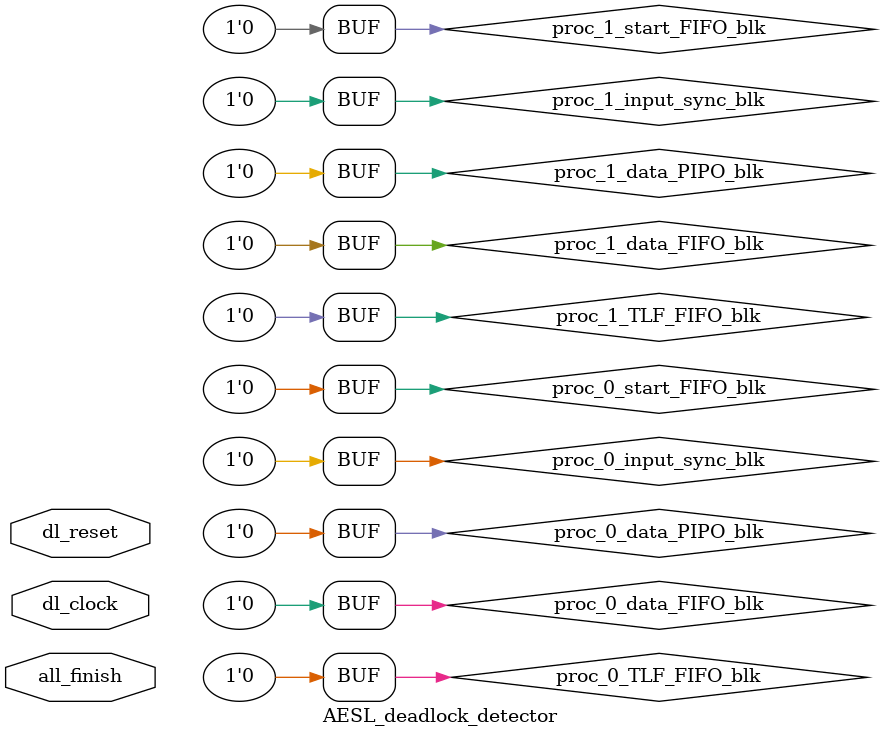
<source format=v>
`timescale 1 ns / 1 ps

module AESL_deadlock_detector (
    input dl_reset,
    input all_finish,
    input dl_clock);

    wire [0:0] proc_0_data_FIFO_blk;
    wire [0:0] proc_0_data_PIPO_blk;
    wire [0:0] proc_0_start_FIFO_blk;
    wire [0:0] proc_0_TLF_FIFO_blk;
    wire [0:0] proc_0_input_sync_blk;
    wire [0:0] proc_0_output_sync_blk;
    wire [0:0] proc_dep_vld_vec_0;
    reg [0:0] proc_dep_vld_vec_0_reg;
    wire [0:0] in_chan_dep_vld_vec_0;
    wire [1:0] in_chan_dep_data_vec_0;
    wire [0:0] token_in_vec_0;
    wire [0:0] out_chan_dep_vld_vec_0;
    wire [1:0] out_chan_dep_data_0;
    wire [0:0] token_out_vec_0;
    wire dl_detect_out_0;
    wire dep_chan_vld_1_0;
    wire [1:0] dep_chan_data_1_0;
    wire token_1_0;
    wire [0:0] proc_1_data_FIFO_blk;
    wire [0:0] proc_1_data_PIPO_blk;
    wire [0:0] proc_1_start_FIFO_blk;
    wire [0:0] proc_1_TLF_FIFO_blk;
    wire [0:0] proc_1_input_sync_blk;
    wire [0:0] proc_1_output_sync_blk;
    wire [0:0] proc_dep_vld_vec_1;
    reg [0:0] proc_dep_vld_vec_1_reg;
    wire [0:0] in_chan_dep_vld_vec_1;
    wire [1:0] in_chan_dep_data_vec_1;
    wire [0:0] token_in_vec_1;
    wire [0:0] out_chan_dep_vld_vec_1;
    wire [1:0] out_chan_dep_data_1;
    wire [0:0] token_out_vec_1;
    wire dl_detect_out_1;
    wire dep_chan_vld_0_1;
    wire [1:0] dep_chan_data_0_1;
    wire token_0_1;
    wire [1:0] dl_in_vec;
    wire dl_detect_out;
    wire token_clear;
    wire [1:0] origin;

    reg ap_done_reg_0;// for module AESL_inst_JetTaggerNN.pointwise_conv_1d_cl_ap_fixed_ap_fixed_48_22_5_3_0_config25_U0
    always @ (negedge dl_reset or posedge dl_clock) begin
        if (~dl_reset) begin
            ap_done_reg_0 <= 'b0;
        end
        else begin
            ap_done_reg_0 <= AESL_inst_JetTaggerNN.pointwise_conv_1d_cl_ap_fixed_ap_fixed_48_22_5_3_0_config25_U0.ap_done & ~AESL_inst_JetTaggerNN.pointwise_conv_1d_cl_ap_fixed_ap_fixed_48_22_5_3_0_config25_U0.ap_continue;
        end
    end

    reg ap_done_reg_1;// for module AESL_inst_JetTaggerNN.relu_ap_fixed_48_22_5_3_0_ap_ufixed_9_0_4_0_0_relu_config5_U0
    always @ (negedge dl_reset or posedge dl_clock) begin
        if (~dl_reset) begin
            ap_done_reg_1 <= 'b0;
        end
        else begin
            ap_done_reg_1 <= AESL_inst_JetTaggerNN.relu_ap_fixed_48_22_5_3_0_ap_ufixed_9_0_4_0_0_relu_config5_U0.ap_done & ~AESL_inst_JetTaggerNN.relu_ap_fixed_48_22_5_3_0_ap_ufixed_9_0_4_0_0_relu_config5_U0.ap_continue;
        end
    end

    reg ap_done_reg_2;// for module AESL_inst_JetTaggerNN.pointwise_conv_1d_cl_ap_ufixed_ap_fixed_23_8_5_3_0_config26_U0
    always @ (negedge dl_reset or posedge dl_clock) begin
        if (~dl_reset) begin
            ap_done_reg_2 <= 'b0;
        end
        else begin
            ap_done_reg_2 <= AESL_inst_JetTaggerNN.pointwise_conv_1d_cl_ap_ufixed_ap_fixed_23_8_5_3_0_config26_U0.ap_done & ~AESL_inst_JetTaggerNN.pointwise_conv_1d_cl_ap_ufixed_ap_fixed_23_8_5_3_0_config26_U0.ap_continue;
        end
    end

    reg ap_done_reg_3;// for module AESL_inst_JetTaggerNN.relu_ap_fixed_23_8_5_3_0_ap_ufixed_9_0_4_0_0_relu_config8_U0
    always @ (negedge dl_reset or posedge dl_clock) begin
        if (~dl_reset) begin
            ap_done_reg_3 <= 'b0;
        end
        else begin
            ap_done_reg_3 <= AESL_inst_JetTaggerNN.relu_ap_fixed_23_8_5_3_0_ap_ufixed_9_0_4_0_0_relu_config8_U0.ap_done & ~AESL_inst_JetTaggerNN.relu_ap_fixed_23_8_5_3_0_ap_ufixed_9_0_4_0_0_relu_config8_U0.ap_continue;
        end
    end

    reg ap_done_reg_4;// for module AESL_inst_JetTaggerNN.linear_ap_ufixed_9_0_4_0_0_ap_fixed_18_9_4_0_0_linear_config9_U0
    always @ (negedge dl_reset or posedge dl_clock) begin
        if (~dl_reset) begin
            ap_done_reg_4 <= 'b0;
        end
        else begin
            ap_done_reg_4 <= AESL_inst_JetTaggerNN.linear_ap_ufixed_9_0_4_0_0_ap_fixed_18_9_4_0_0_linear_config9_U0.ap_done & ~AESL_inst_JetTaggerNN.linear_ap_ufixed_9_0_4_0_0_ap_fixed_18_9_4_0_0_linear_config9_U0.ap_continue;
        end
    end

    reg ap_done_reg_5;// for module AESL_inst_JetTaggerNN.global_pooling1d_cl_ap_fixed_ap_fixed_16_6_5_3_0_config10_U0
    always @ (negedge dl_reset or posedge dl_clock) begin
        if (~dl_reset) begin
            ap_done_reg_5 <= 'b0;
        end
        else begin
            ap_done_reg_5 <= AESL_inst_JetTaggerNN.global_pooling1d_cl_ap_fixed_ap_fixed_16_6_5_3_0_config10_U0.ap_done & ~AESL_inst_JetTaggerNN.global_pooling1d_cl_ap_fixed_ap_fixed_16_6_5_3_0_config10_U0.ap_continue;
        end
    end

    reg ap_done_reg_6;// for module AESL_inst_JetTaggerNN.dense_latency_ap_fixed_16_6_5_3_0_ap_fixed_30_14_5_3_0_config11_U0
    always @ (negedge dl_reset or posedge dl_clock) begin
        if (~dl_reset) begin
            ap_done_reg_6 <= 'b0;
        end
        else begin
            ap_done_reg_6 <= AESL_inst_JetTaggerNN.dense_latency_ap_fixed_16_6_5_3_0_ap_fixed_30_14_5_3_0_config11_U0.ap_done & ~AESL_inst_JetTaggerNN.dense_latency_ap_fixed_16_6_5_3_0_ap_fixed_30_14_5_3_0_config11_U0.ap_continue;
        end
    end

    reg ap_done_reg_7;// for module AESL_inst_JetTaggerNN.relu_ap_fixed_30_14_5_3_0_ap_ufixed_9_0_4_0_0_relu_config13_U0
    always @ (negedge dl_reset or posedge dl_clock) begin
        if (~dl_reset) begin
            ap_done_reg_7 <= 'b0;
        end
        else begin
            ap_done_reg_7 <= AESL_inst_JetTaggerNN.relu_ap_fixed_30_14_5_3_0_ap_ufixed_9_0_4_0_0_relu_config13_U0.ap_done & ~AESL_inst_JetTaggerNN.relu_ap_fixed_30_14_5_3_0_ap_ufixed_9_0_4_0_0_relu_config13_U0.ap_continue;
        end
    end

    reg ap_done_reg_8;// for module AESL_inst_JetTaggerNN.dense_latency_ap_ufixed_9_0_4_0_0_ap_fixed_24_9_5_3_0_config14_U0
    always @ (negedge dl_reset or posedge dl_clock) begin
        if (~dl_reset) begin
            ap_done_reg_8 <= 'b0;
        end
        else begin
            ap_done_reg_8 <= AESL_inst_JetTaggerNN.dense_latency_ap_ufixed_9_0_4_0_0_ap_fixed_24_9_5_3_0_config14_U0.ap_done & ~AESL_inst_JetTaggerNN.dense_latency_ap_ufixed_9_0_4_0_0_ap_fixed_24_9_5_3_0_config14_U0.ap_continue;
        end
    end

    reg ap_done_reg_9;// for module AESL_inst_JetTaggerNN.relu_ap_fixed_24_9_5_3_0_ap_ufixed_9_0_4_0_0_relu_config16_U0
    always @ (negedge dl_reset or posedge dl_clock) begin
        if (~dl_reset) begin
            ap_done_reg_9 <= 'b0;
        end
        else begin
            ap_done_reg_9 <= AESL_inst_JetTaggerNN.relu_ap_fixed_24_9_5_3_0_ap_ufixed_9_0_4_0_0_relu_config16_U0.ap_done & ~AESL_inst_JetTaggerNN.relu_ap_fixed_24_9_5_3_0_ap_ufixed_9_0_4_0_0_relu_config16_U0.ap_continue;
        end
    end

    reg ap_done_reg_10;// for module AESL_inst_JetTaggerNN.dense_latency_ap_fixed_16_6_5_3_0_ap_fixed_30_14_5_3_0_config17_U0
    always @ (negedge dl_reset or posedge dl_clock) begin
        if (~dl_reset) begin
            ap_done_reg_10 <= 'b0;
        end
        else begin
            ap_done_reg_10 <= AESL_inst_JetTaggerNN.dense_latency_ap_fixed_16_6_5_3_0_ap_fixed_30_14_5_3_0_config17_U0.ap_done & ~AESL_inst_JetTaggerNN.dense_latency_ap_fixed_16_6_5_3_0_ap_fixed_30_14_5_3_0_config17_U0.ap_continue;
        end
    end

    reg ap_done_reg_11;// for module AESL_inst_JetTaggerNN.dense_latency_ap_ufixed_9_0_4_0_0_ap_fixed_23_8_5_3_0_config19_U0
    always @ (negedge dl_reset or posedge dl_clock) begin
        if (~dl_reset) begin
            ap_done_reg_11 <= 'b0;
        end
        else begin
            ap_done_reg_11 <= AESL_inst_JetTaggerNN.dense_latency_ap_ufixed_9_0_4_0_0_ap_fixed_23_8_5_3_0_config19_U0.ap_done & ~AESL_inst_JetTaggerNN.dense_latency_ap_ufixed_9_0_4_0_0_ap_fixed_23_8_5_3_0_config19_U0.ap_continue;
        end
    end

    reg ap_done_reg_12;// for module AESL_inst_JetTaggerNN.relu_ap_fixed_30_14_5_3_0_ap_ufixed_9_0_4_0_0_relu_config21_U0
    always @ (negedge dl_reset or posedge dl_clock) begin
        if (~dl_reset) begin
            ap_done_reg_12 <= 'b0;
        end
        else begin
            ap_done_reg_12 <= AESL_inst_JetTaggerNN.relu_ap_fixed_30_14_5_3_0_ap_ufixed_9_0_4_0_0_relu_config21_U0.ap_done & ~AESL_inst_JetTaggerNN.relu_ap_fixed_30_14_5_3_0_ap_ufixed_9_0_4_0_0_relu_config21_U0.ap_continue;
        end
    end

    reg ap_done_reg_13;// for module AESL_inst_JetTaggerNN.softmax_latency_ap_fixed_ap_fixed_16_6_5_3_0_softmax_config22_U0
    always @ (negedge dl_reset or posedge dl_clock) begin
        if (~dl_reset) begin
            ap_done_reg_13 <= 'b0;
        end
        else begin
            ap_done_reg_13 <= AESL_inst_JetTaggerNN.softmax_latency_ap_fixed_ap_fixed_16_6_5_3_0_softmax_config22_U0.ap_done & ~AESL_inst_JetTaggerNN.softmax_latency_ap_fixed_ap_fixed_16_6_5_3_0_softmax_config22_U0.ap_continue;
        end
    end

    reg ap_done_reg_14;// for module AESL_inst_JetTaggerNN.dense_latency_ap_ufixed_9_0_4_0_0_ap_fixed_30_12_5_3_0_config23_U0
    always @ (negedge dl_reset or posedge dl_clock) begin
        if (~dl_reset) begin
            ap_done_reg_14 <= 'b0;
        end
        else begin
            ap_done_reg_14 <= AESL_inst_JetTaggerNN.dense_latency_ap_ufixed_9_0_4_0_0_ap_fixed_30_12_5_3_0_config23_U0.ap_done & ~AESL_inst_JetTaggerNN.dense_latency_ap_ufixed_9_0_4_0_0_ap_fixed_30_12_5_3_0_config23_U0.ap_continue;
        end
    end

    // Process: AESL_inst_JetTaggerNN.softmax_latency_ap_fixed_ap_fixed_16_6_5_3_0_softmax_config22_U0
    AESL_deadlock_detect_unit #(2, 0, 1, 1) AESL_deadlock_detect_unit_0 (
        .reset(dl_reset),
        .clock(dl_clock),
        .proc_dep_vld_vec(proc_dep_vld_vec_0),
        .in_chan_dep_vld_vec(in_chan_dep_vld_vec_0),
        .in_chan_dep_data_vec(in_chan_dep_data_vec_0),
        .token_in_vec(token_in_vec_0),
        .dl_detect_in(dl_detect_out),
        .origin(origin[0]),
        .token_clear(token_clear),
        .out_chan_dep_vld_vec(out_chan_dep_vld_vec_0),
        .out_chan_dep_data(out_chan_dep_data_0),
        .token_out_vec(token_out_vec_0),
        .dl_detect_out(dl_in_vec[0]));

    assign proc_0_data_FIFO_blk[0] = 1'b0;
    assign proc_0_data_PIPO_blk[0] = 1'b0;
    assign proc_0_start_FIFO_blk[0] = 1'b0;
    assign proc_0_TLF_FIFO_blk[0] = 1'b0;
    assign proc_0_input_sync_blk[0] = 1'b0;
    assign proc_0_output_sync_blk[0] = 1'b0 | (ap_done_reg_13 & AESL_inst_JetTaggerNN.softmax_latency_ap_fixed_ap_fixed_16_6_5_3_0_softmax_config22_U0.ap_done & ~AESL_inst_JetTaggerNN.dense_latency_ap_ufixed_9_0_4_0_0_ap_fixed_30_12_5_3_0_config23_U0.ap_done);
    assign proc_dep_vld_vec_0[0] = dl_detect_out ? proc_dep_vld_vec_0_reg[0] : (proc_0_data_FIFO_blk[0] | proc_0_data_PIPO_blk[0] | proc_0_start_FIFO_blk[0] | proc_0_TLF_FIFO_blk[0] | proc_0_input_sync_blk[0] | proc_0_output_sync_blk[0]);
    always @ (negedge dl_reset or posedge dl_clock) begin
        if (~dl_reset) begin
            proc_dep_vld_vec_0_reg <= 'b0;
        end
        else begin
            proc_dep_vld_vec_0_reg <= proc_dep_vld_vec_0;
        end
    end
    assign in_chan_dep_vld_vec_0[0] = dep_chan_vld_1_0;
    assign in_chan_dep_data_vec_0[1 : 0] = dep_chan_data_1_0;
    assign token_in_vec_0[0] = token_1_0;
    assign dep_chan_vld_0_1 = out_chan_dep_vld_vec_0[0];
    assign dep_chan_data_0_1 = out_chan_dep_data_0;
    assign token_0_1 = token_out_vec_0[0];

    // Process: AESL_inst_JetTaggerNN.dense_latency_ap_ufixed_9_0_4_0_0_ap_fixed_30_12_5_3_0_config23_U0
    AESL_deadlock_detect_unit #(2, 1, 1, 1) AESL_deadlock_detect_unit_1 (
        .reset(dl_reset),
        .clock(dl_clock),
        .proc_dep_vld_vec(proc_dep_vld_vec_1),
        .in_chan_dep_vld_vec(in_chan_dep_vld_vec_1),
        .in_chan_dep_data_vec(in_chan_dep_data_vec_1),
        .token_in_vec(token_in_vec_1),
        .dl_detect_in(dl_detect_out),
        .origin(origin[1]),
        .token_clear(token_clear),
        .out_chan_dep_vld_vec(out_chan_dep_vld_vec_1),
        .out_chan_dep_data(out_chan_dep_data_1),
        .token_out_vec(token_out_vec_1),
        .dl_detect_out(dl_in_vec[1]));

    assign proc_1_data_FIFO_blk[0] = 1'b0;
    assign proc_1_data_PIPO_blk[0] = 1'b0;
    assign proc_1_start_FIFO_blk[0] = 1'b0;
    assign proc_1_TLF_FIFO_blk[0] = 1'b0;
    assign proc_1_input_sync_blk[0] = 1'b0;
    assign proc_1_output_sync_blk[0] = 1'b0 | (ap_done_reg_14 & AESL_inst_JetTaggerNN.dense_latency_ap_ufixed_9_0_4_0_0_ap_fixed_30_12_5_3_0_config23_U0.ap_done & ~AESL_inst_JetTaggerNN.softmax_latency_ap_fixed_ap_fixed_16_6_5_3_0_softmax_config22_U0.ap_done);
    assign proc_dep_vld_vec_1[0] = dl_detect_out ? proc_dep_vld_vec_1_reg[0] : (proc_1_data_FIFO_blk[0] | proc_1_data_PIPO_blk[0] | proc_1_start_FIFO_blk[0] | proc_1_TLF_FIFO_blk[0] | proc_1_input_sync_blk[0] | proc_1_output_sync_blk[0]);
    always @ (negedge dl_reset or posedge dl_clock) begin
        if (~dl_reset) begin
            proc_dep_vld_vec_1_reg <= 'b0;
        end
        else begin
            proc_dep_vld_vec_1_reg <= proc_dep_vld_vec_1;
        end
    end
    assign in_chan_dep_vld_vec_1[0] = dep_chan_vld_0_1;
    assign in_chan_dep_data_vec_1[1 : 0] = dep_chan_data_0_1;
    assign token_in_vec_1[0] = token_0_1;
    assign dep_chan_vld_1_0 = out_chan_dep_vld_vec_1[0];
    assign dep_chan_data_1_0 = out_chan_dep_data_1;
    assign token_1_0 = token_out_vec_1[0];


    wire [1:0] dl_in_vec_comb = dl_in_vec & ~{1{all_finish}};
    AESL_deadlock_report_unit #(2) AESL_deadlock_report_unit_inst (
        .dl_reset(dl_reset),
        .dl_clock(dl_clock),
        .dl_in_vec(dl_in_vec_comb),
        .ap_done_reg_0(ap_done_reg_0),
        .ap_done_reg_1(ap_done_reg_1),
        .ap_done_reg_2(ap_done_reg_2),
        .ap_done_reg_3(ap_done_reg_3),
        .ap_done_reg_4(ap_done_reg_4),
        .ap_done_reg_5(ap_done_reg_5),
        .ap_done_reg_6(ap_done_reg_6),
        .ap_done_reg_7(ap_done_reg_7),
        .ap_done_reg_8(ap_done_reg_8),
        .ap_done_reg_9(ap_done_reg_9),
        .ap_done_reg_10(ap_done_reg_10),
        .ap_done_reg_11(ap_done_reg_11),
        .ap_done_reg_12(ap_done_reg_12),
        .ap_done_reg_13(ap_done_reg_13),
        .ap_done_reg_14(ap_done_reg_14),
        .dl_detect_out(dl_detect_out),
        .origin(origin),
        .token_clear(token_clear));

endmodule

</source>
